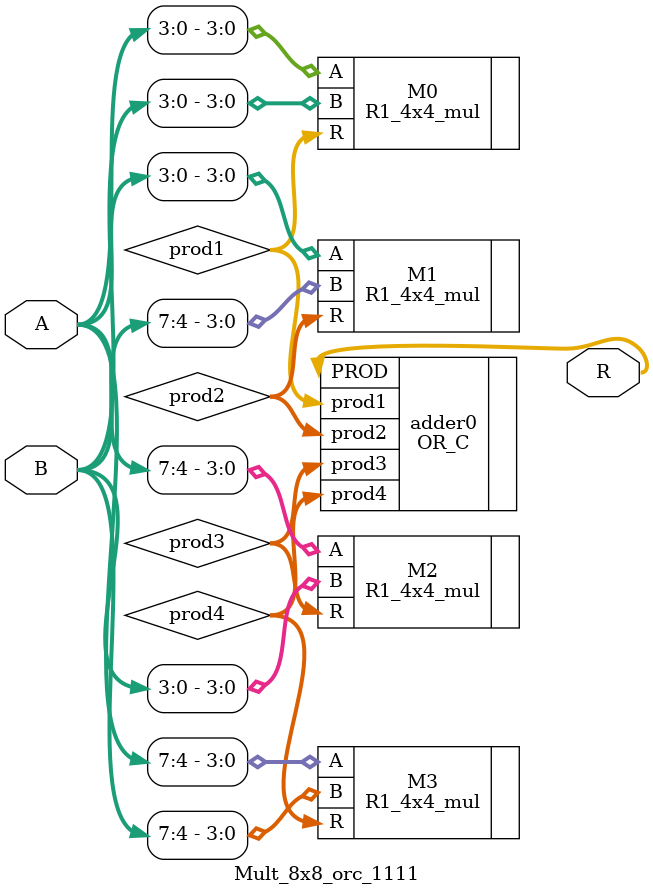
<source format=v>
module Mult_8x8_orc_1111(
input [7:0] A,
input [7:0] B,
output [15:0]R
);
wire [7:0]prod1;
wire [7:0]prod2;
wire [7:0]prod3;
wire [7:0]prod4;

R1_4x4_mul M0(.A(A[3:0]),.B(B[3:0]),.R(prod1));
R1_4x4_mul M1(.A(A[3:0]),.B(B[7:4]),.R(prod2));
R1_4x4_mul M2(.A(A[7:4]),.B(B[3:0]),.R(prod3));
R1_4x4_mul M3(.A(A[7:4]),.B(B[7:4]),.R(prod4));
OR_C adder0(.prod1(prod1),.prod2(prod2),.prod3(prod3),.prod4(prod4),.PROD(R));
endmodule

</source>
